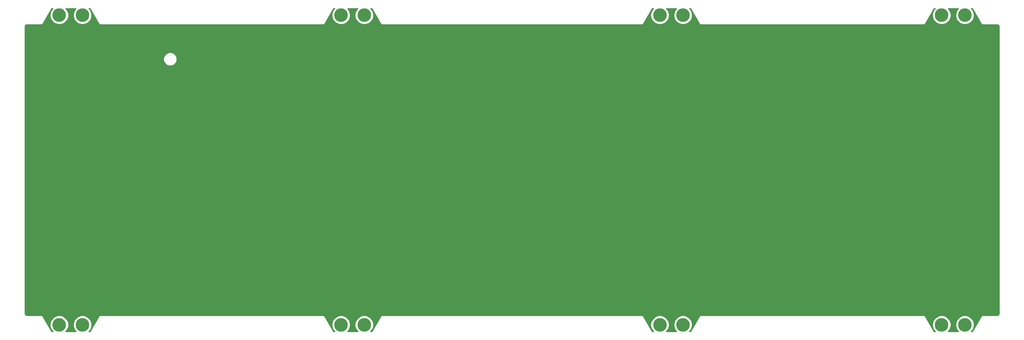
<source format=gbr>
G04 #@! TF.GenerationSoftware,KiCad,Pcbnew,(5.1.4-0)*
G04 #@! TF.CreationDate,2021-11-04T10:18:31-05:00*
G04 #@! TF.ProjectId,bottom_plate,626f7474-6f6d-45f7-906c-6174652e6b69,rev?*
G04 #@! TF.SameCoordinates,Original*
G04 #@! TF.FileFunction,Copper,L2,Bot*
G04 #@! TF.FilePolarity,Positive*
%FSLAX46Y46*%
G04 Gerber Fmt 4.6, Leading zero omitted, Abs format (unit mm)*
G04 Created by KiCad (PCBNEW (5.1.4-0)) date 2021-11-04 10:18:31*
%MOMM*%
%LPD*%
G04 APERTURE LIST*
%ADD10C,3.500000*%
%ADD11C,0.500000*%
%ADD12C,0.254000*%
G04 APERTURE END LIST*
D10*
X389360818Y-38683016D03*
X383407698Y-118454824D03*
X383407698Y-38683016D03*
X316732754Y-118454824D03*
X316732754Y-38683016D03*
X228626578Y-118454824D03*
X228626578Y-38683016D03*
X161951634Y-118454824D03*
X161951634Y-38683016D03*
X310779634Y-118454824D03*
X310779701Y-38682951D03*
X234579607Y-118454824D03*
X234579608Y-38683016D03*
X155998315Y-118454824D03*
X155998514Y-38683016D03*
X389360818Y-118454824D03*
D11*
X385789477Y-59518840D03*
D12*
G36*
X308927151Y-37162602D02*
G01*
X308666141Y-37553230D01*
X308486355Y-37987272D01*
X308394701Y-38448049D01*
X308394701Y-38917853D01*
X308486355Y-39378630D01*
X308666141Y-39812672D01*
X308927151Y-40203300D01*
X309259352Y-40535501D01*
X309649980Y-40796511D01*
X310084022Y-40976297D01*
X310544799Y-41067951D01*
X311014603Y-41067951D01*
X311475380Y-40976297D01*
X311909422Y-40796511D01*
X312300050Y-40535501D01*
X312632251Y-40203300D01*
X312893261Y-39812672D01*
X313073047Y-39378630D01*
X313164701Y-38917853D01*
X313164701Y-38448049D01*
X313073047Y-37987272D01*
X312893261Y-37553230D01*
X312632251Y-37162602D01*
X312431353Y-36961704D01*
X315081167Y-36961704D01*
X314880204Y-37162667D01*
X314619194Y-37553295D01*
X314439408Y-37987337D01*
X314347754Y-38448114D01*
X314347754Y-38917918D01*
X314439408Y-39378695D01*
X314619194Y-39812737D01*
X314880204Y-40203365D01*
X315212405Y-40535566D01*
X315603033Y-40796576D01*
X316037075Y-40976362D01*
X316497852Y-41068016D01*
X316967656Y-41068016D01*
X317428433Y-40976362D01*
X317862475Y-40796576D01*
X318253103Y-40535566D01*
X318585304Y-40203365D01*
X318846314Y-39812737D01*
X319026100Y-39378695D01*
X319117754Y-38917918D01*
X319117754Y-38448114D01*
X319026100Y-37987337D01*
X318846314Y-37553295D01*
X318585304Y-37162667D01*
X318384341Y-36961704D01*
X318730990Y-36961704D01*
X320917609Y-40788290D01*
X320943825Y-40837337D01*
X320970415Y-40869737D01*
X320994693Y-40903937D01*
X321011575Y-40919891D01*
X321026302Y-40937835D01*
X321058704Y-40964427D01*
X321089185Y-40993231D01*
X321108853Y-41005583D01*
X321126800Y-41020312D01*
X321163768Y-41040072D01*
X321199281Y-41062375D01*
X321220983Y-41070654D01*
X321241457Y-41081597D01*
X321281569Y-41093765D01*
X321320752Y-41108712D01*
X321343649Y-41112597D01*
X321365867Y-41119337D01*
X321407586Y-41123446D01*
X321448929Y-41130461D01*
X321504587Y-41128887D01*
X378635911Y-41128952D01*
X378691522Y-41130525D01*
X378732851Y-41123512D01*
X378774584Y-41119402D01*
X378796809Y-41112660D01*
X378819699Y-41108776D01*
X378858869Y-41093834D01*
X378898994Y-41081662D01*
X378919474Y-41070715D01*
X378941170Y-41062439D01*
X378976672Y-41040143D01*
X379013651Y-41020377D01*
X379031603Y-41005644D01*
X379051266Y-40993295D01*
X379081739Y-40964498D01*
X379114149Y-40937900D01*
X379128879Y-40919951D01*
X379145758Y-40904001D01*
X379170031Y-40869808D01*
X379196626Y-40837402D01*
X379222852Y-40788337D01*
X381409462Y-36961768D01*
X381756047Y-36961768D01*
X381555148Y-37162667D01*
X381294138Y-37553295D01*
X381114352Y-37987337D01*
X381022698Y-38448114D01*
X381022698Y-38917918D01*
X381114352Y-39378695D01*
X381294138Y-39812737D01*
X381555148Y-40203365D01*
X381887349Y-40535566D01*
X382277977Y-40796576D01*
X382712019Y-40976362D01*
X383172796Y-41068016D01*
X383642600Y-41068016D01*
X384103377Y-40976362D01*
X384537419Y-40796576D01*
X384928047Y-40535566D01*
X385260248Y-40203365D01*
X385521258Y-39812737D01*
X385701044Y-39378695D01*
X385792698Y-38917918D01*
X385792698Y-38448114D01*
X385701044Y-37987337D01*
X385521258Y-37553295D01*
X385260248Y-37162667D01*
X385059349Y-36961768D01*
X387709167Y-36961768D01*
X387508268Y-37162667D01*
X387247258Y-37553295D01*
X387067472Y-37987337D01*
X386975818Y-38448114D01*
X386975818Y-38917918D01*
X387067472Y-39378695D01*
X387247258Y-39812737D01*
X387508268Y-40203365D01*
X387840469Y-40535566D01*
X388231097Y-40796576D01*
X388665139Y-40976362D01*
X389125916Y-41068016D01*
X389595720Y-41068016D01*
X390056497Y-40976362D01*
X390490539Y-40796576D01*
X390881167Y-40535566D01*
X391213368Y-40203365D01*
X391474378Y-39812737D01*
X391654164Y-39378695D01*
X391745818Y-38917918D01*
X391745818Y-38448114D01*
X391654164Y-37987337D01*
X391474378Y-37553295D01*
X391213368Y-37162667D01*
X391012469Y-36961768D01*
X391359054Y-36961768D01*
X393545663Y-40788337D01*
X393571889Y-40837402D01*
X393598484Y-40869808D01*
X393622757Y-40904001D01*
X393639636Y-40919951D01*
X393654366Y-40937900D01*
X393686776Y-40964498D01*
X393717249Y-40993295D01*
X393736912Y-41005644D01*
X393754864Y-41020377D01*
X393791843Y-41040143D01*
X393827345Y-41062439D01*
X393849041Y-41070715D01*
X393869521Y-41081662D01*
X393909646Y-41093834D01*
X393948816Y-41108776D01*
X393971706Y-41112660D01*
X393993931Y-41119402D01*
X394035664Y-41123512D01*
X394076993Y-41130525D01*
X394132618Y-41128952D01*
X397662909Y-41128952D01*
X397797637Y-41142162D01*
X397896182Y-41171915D01*
X397987079Y-41220245D01*
X398066848Y-41285303D01*
X398132471Y-41364628D01*
X398181431Y-41455178D01*
X398211872Y-41553515D01*
X398226411Y-41691843D01*
X398226410Y-115439867D01*
X398212600Y-115580714D01*
X398182846Y-115679263D01*
X398134516Y-115770157D01*
X398069459Y-115849926D01*
X397990136Y-115915547D01*
X397899584Y-115964509D01*
X397801249Y-115994949D01*
X397666814Y-116009079D01*
X394132661Y-116008889D01*
X394076993Y-116007315D01*
X394035669Y-116014327D01*
X393993966Y-116018432D01*
X393971730Y-116025176D01*
X393948816Y-116029064D01*
X393909653Y-116044003D01*
X393869554Y-116056165D01*
X393849062Y-116067117D01*
X393827345Y-116075401D01*
X393791848Y-116097694D01*
X393754894Y-116117444D01*
X393736932Y-116132183D01*
X393717249Y-116144545D01*
X393686782Y-116173336D01*
X393654392Y-116199915D01*
X393639653Y-116217873D01*
X393622757Y-116233839D01*
X393598489Y-116268025D01*
X393571909Y-116300409D01*
X393545684Y-116349467D01*
X391359054Y-120176072D01*
X391012469Y-120176072D01*
X391213368Y-119975173D01*
X391474378Y-119584545D01*
X391654164Y-119150503D01*
X391745818Y-118689726D01*
X391745818Y-118219922D01*
X391654164Y-117759145D01*
X391474378Y-117325103D01*
X391213368Y-116934475D01*
X390881167Y-116602274D01*
X390490539Y-116341264D01*
X390056497Y-116161478D01*
X389595720Y-116069824D01*
X389125916Y-116069824D01*
X388665139Y-116161478D01*
X388231097Y-116341264D01*
X387840469Y-116602274D01*
X387508268Y-116934475D01*
X387247258Y-117325103D01*
X387067472Y-117759145D01*
X386975818Y-118219922D01*
X386975818Y-118689726D01*
X387067472Y-119150503D01*
X387247258Y-119584545D01*
X387508268Y-119975173D01*
X387709167Y-120176072D01*
X385059349Y-120176072D01*
X385260248Y-119975173D01*
X385521258Y-119584545D01*
X385701044Y-119150503D01*
X385792698Y-118689726D01*
X385792698Y-118219922D01*
X385701044Y-117759145D01*
X385521258Y-117325103D01*
X385260248Y-116934475D01*
X384928047Y-116602274D01*
X384537419Y-116341264D01*
X384103377Y-116161478D01*
X383642600Y-116069824D01*
X383172796Y-116069824D01*
X382712019Y-116161478D01*
X382277977Y-116341264D01*
X381887349Y-116602274D01*
X381555148Y-116934475D01*
X381294138Y-117325103D01*
X381114352Y-117759145D01*
X381022698Y-118219922D01*
X381022698Y-118689726D01*
X381114352Y-119150503D01*
X381294138Y-119584545D01*
X381555148Y-119975173D01*
X381756047Y-120176072D01*
X381409462Y-120176072D01*
X379222852Y-116349503D01*
X379196626Y-116300437D01*
X379170028Y-116268027D01*
X379145758Y-116233839D01*
X379128879Y-116217889D01*
X379114148Y-116199939D01*
X379081740Y-116173343D01*
X379051266Y-116144545D01*
X379031600Y-116132194D01*
X379013650Y-116117463D01*
X378976678Y-116097701D01*
X378941170Y-116075401D01*
X378919471Y-116067123D01*
X378898993Y-116056178D01*
X378858873Y-116044008D01*
X378819699Y-116029064D01*
X378796807Y-116025180D01*
X378774583Y-116018438D01*
X378732853Y-116014328D01*
X378691522Y-116007315D01*
X378635910Y-116008888D01*
X321509112Y-116009017D01*
X321448929Y-116007315D01*
X321405789Y-116014635D01*
X321365866Y-116018567D01*
X321344604Y-116025017D01*
X321320752Y-116029064D01*
X321279934Y-116044635D01*
X321241456Y-116056307D01*
X321221816Y-116066805D01*
X321199281Y-116075401D01*
X321162405Y-116098560D01*
X321126799Y-116117592D01*
X321109514Y-116131778D01*
X321089185Y-116144545D01*
X321057675Y-116174321D01*
X321026301Y-116200070D01*
X321012043Y-116217443D01*
X320994693Y-116233839D01*
X320969739Y-116268992D01*
X320943825Y-116300568D01*
X320918676Y-116347618D01*
X318730990Y-120176072D01*
X318384405Y-120176072D01*
X318585304Y-119975173D01*
X318846314Y-119584545D01*
X319026100Y-119150503D01*
X319117754Y-118689726D01*
X319117754Y-118219922D01*
X319026100Y-117759145D01*
X318846314Y-117325103D01*
X318585304Y-116934475D01*
X318253103Y-116602274D01*
X317862475Y-116341264D01*
X317428433Y-116161478D01*
X316967656Y-116069824D01*
X316497852Y-116069824D01*
X316037075Y-116161478D01*
X315603033Y-116341264D01*
X315212405Y-116602274D01*
X314880204Y-116934475D01*
X314619194Y-117325103D01*
X314439408Y-117759145D01*
X314347754Y-118219922D01*
X314347754Y-118689726D01*
X314439408Y-119150503D01*
X314619194Y-119584545D01*
X314880204Y-119975173D01*
X315081103Y-120176072D01*
X312431285Y-120176072D01*
X312632184Y-119975173D01*
X312893194Y-119584545D01*
X313072980Y-119150503D01*
X313164634Y-118689726D01*
X313164634Y-118219922D01*
X313072980Y-117759145D01*
X312893194Y-117325103D01*
X312632184Y-116934475D01*
X312299983Y-116602274D01*
X311909355Y-116341264D01*
X311475313Y-116161478D01*
X311014536Y-116069824D01*
X310544732Y-116069824D01*
X310083955Y-116161478D01*
X309649913Y-116341264D01*
X309259285Y-116602274D01*
X308927084Y-116934475D01*
X308666074Y-117325103D01*
X308486288Y-117759145D01*
X308394634Y-118219922D01*
X308394634Y-118689726D01*
X308486288Y-119150503D01*
X308666074Y-119584545D01*
X308927084Y-119975173D01*
X309127983Y-120176072D01*
X308781398Y-120176072D01*
X306593726Y-116347645D01*
X306568563Y-116300568D01*
X306542642Y-116268983D01*
X306517694Y-116233839D01*
X306500347Y-116217447D01*
X306486086Y-116200069D01*
X306454704Y-116174314D01*
X306423202Y-116144545D01*
X306402878Y-116131781D01*
X306385589Y-116117592D01*
X306349976Y-116098557D01*
X306313106Y-116075401D01*
X306290574Y-116066806D01*
X306270932Y-116056307D01*
X306232449Y-116044633D01*
X306191635Y-116029064D01*
X306167785Y-116025017D01*
X306146522Y-116018567D01*
X306106597Y-116014635D01*
X306063458Y-116007315D01*
X306003292Y-116009017D01*
X239351501Y-116008888D01*
X239295873Y-116007315D01*
X239254541Y-116014328D01*
X239212813Y-116018438D01*
X239190590Y-116025179D01*
X239167696Y-116029064D01*
X239128518Y-116044009D01*
X239088403Y-116056178D01*
X239067928Y-116067122D01*
X239046225Y-116075401D01*
X239010712Y-116097705D01*
X238973746Y-116117463D01*
X238955799Y-116132191D01*
X238936129Y-116144545D01*
X238905647Y-116173350D01*
X238873247Y-116199940D01*
X238858520Y-116217885D01*
X238841637Y-116233839D01*
X238817361Y-116268036D01*
X238790770Y-116300437D01*
X238764552Y-116349488D01*
X236577934Y-120176072D01*
X236231258Y-120176072D01*
X236432157Y-119975173D01*
X236693167Y-119584545D01*
X236872953Y-119150503D01*
X236964607Y-118689726D01*
X236964607Y-118219922D01*
X236872953Y-117759145D01*
X236693167Y-117325103D01*
X236432157Y-116934475D01*
X236099956Y-116602274D01*
X235709328Y-116341264D01*
X235275286Y-116161478D01*
X234814509Y-116069824D01*
X234344705Y-116069824D01*
X233883928Y-116161478D01*
X233449886Y-116341264D01*
X233059258Y-116602274D01*
X232727057Y-116934475D01*
X232466047Y-117325103D01*
X232286261Y-117759145D01*
X232194607Y-118219922D01*
X232194607Y-118689726D01*
X232286261Y-119150503D01*
X232466047Y-119584545D01*
X232727057Y-119975173D01*
X232927956Y-120176072D01*
X230278229Y-120176072D01*
X230479128Y-119975173D01*
X230740138Y-119584545D01*
X230919924Y-119150503D01*
X231011578Y-118689726D01*
X231011578Y-118219922D01*
X230919924Y-117759145D01*
X230740138Y-117325103D01*
X230479128Y-116934475D01*
X230146927Y-116602274D01*
X229756299Y-116341264D01*
X229322257Y-116161478D01*
X228861480Y-116069824D01*
X228391676Y-116069824D01*
X227930899Y-116161478D01*
X227496857Y-116341264D01*
X227106229Y-116602274D01*
X226774028Y-116934475D01*
X226513018Y-117325103D01*
X226333232Y-117759145D01*
X226241578Y-118219922D01*
X226241578Y-118689726D01*
X226333232Y-119150503D01*
X226513018Y-119584545D01*
X226774028Y-119975173D01*
X226974927Y-120176072D01*
X226628342Y-120176072D01*
X224441745Y-116349527D01*
X224415507Y-116300438D01*
X224388905Y-116268023D01*
X224364638Y-116233839D01*
X224347764Y-116217893D01*
X224333030Y-116199940D01*
X224300612Y-116173335D01*
X224270146Y-116144545D01*
X224250488Y-116132199D01*
X224232532Y-116117463D01*
X224195546Y-116097694D01*
X224160050Y-116075401D01*
X224138358Y-116067126D01*
X224117875Y-116056178D01*
X224077745Y-116044005D01*
X224038579Y-116029064D01*
X224015692Y-116025180D01*
X223993465Y-116018438D01*
X223951730Y-116014328D01*
X223910402Y-116007315D01*
X223854793Y-116008888D01*
X166723434Y-116008888D01*
X166667809Y-116007315D01*
X166626480Y-116014328D01*
X166584747Y-116018438D01*
X166562522Y-116025180D01*
X166539632Y-116029064D01*
X166500462Y-116044006D01*
X166460337Y-116056178D01*
X166439857Y-116067125D01*
X166418161Y-116075401D01*
X166382659Y-116097697D01*
X166345680Y-116117463D01*
X166327728Y-116132196D01*
X166308065Y-116144545D01*
X166277592Y-116173342D01*
X166245182Y-116199940D01*
X166230452Y-116217889D01*
X166213573Y-116233839D01*
X166189300Y-116268032D01*
X166162705Y-116300438D01*
X166136481Y-116349500D01*
X163949870Y-120176072D01*
X163603285Y-120176072D01*
X163804184Y-119975173D01*
X164065194Y-119584545D01*
X164244980Y-119150503D01*
X164336634Y-118689726D01*
X164336634Y-118219922D01*
X164244980Y-117759145D01*
X164065194Y-117325103D01*
X163804184Y-116934475D01*
X163471983Y-116602274D01*
X163081355Y-116341264D01*
X162647313Y-116161478D01*
X162186536Y-116069824D01*
X161716732Y-116069824D01*
X161255955Y-116161478D01*
X160821913Y-116341264D01*
X160431285Y-116602274D01*
X160099084Y-116934475D01*
X159838074Y-117325103D01*
X159658288Y-117759145D01*
X159566634Y-118219922D01*
X159566634Y-118689726D01*
X159658288Y-119150503D01*
X159838074Y-119584545D01*
X160099084Y-119975173D01*
X160299983Y-120176072D01*
X157649966Y-120176072D01*
X157850865Y-119975173D01*
X158111875Y-119584545D01*
X158291661Y-119150503D01*
X158383315Y-118689726D01*
X158383315Y-118219922D01*
X158291661Y-117759145D01*
X158111875Y-117325103D01*
X157850865Y-116934475D01*
X157518664Y-116602274D01*
X157128036Y-116341264D01*
X156693994Y-116161478D01*
X156233217Y-116069824D01*
X155763413Y-116069824D01*
X155302636Y-116161478D01*
X154868594Y-116341264D01*
X154477966Y-116602274D01*
X154145765Y-116934475D01*
X153884755Y-117325103D01*
X153704969Y-117759145D01*
X153613315Y-118219922D01*
X153613315Y-118689726D01*
X153704969Y-119150503D01*
X153884755Y-119584545D01*
X154145765Y-119975173D01*
X154346664Y-120176072D01*
X154000278Y-120176072D01*
X151813681Y-116349527D01*
X151787443Y-116300438D01*
X151760841Y-116268023D01*
X151736574Y-116233839D01*
X151719700Y-116217893D01*
X151704966Y-116199940D01*
X151672548Y-116173335D01*
X151642082Y-116144545D01*
X151622424Y-116132199D01*
X151604468Y-116117463D01*
X151567482Y-116097694D01*
X151531986Y-116075401D01*
X151510294Y-116067126D01*
X151489811Y-116056178D01*
X151449681Y-116044005D01*
X151410515Y-116029064D01*
X151387628Y-116025180D01*
X151365401Y-116018438D01*
X151323666Y-116014328D01*
X151282338Y-116007315D01*
X151226729Y-116008888D01*
X147696423Y-116008888D01*
X147561696Y-115995678D01*
X147463147Y-115965924D01*
X147372253Y-115917594D01*
X147292484Y-115852537D01*
X147226863Y-115773214D01*
X147177901Y-115682662D01*
X147147461Y-115584327D01*
X147132850Y-115445309D01*
X147133447Y-49823061D01*
X182838490Y-49823061D01*
X182838490Y-50164827D01*
X182905165Y-50500025D01*
X183035953Y-50815775D01*
X183225827Y-51099942D01*
X183467492Y-51341607D01*
X183751659Y-51531481D01*
X184067409Y-51662269D01*
X184402607Y-51728944D01*
X184744373Y-51728944D01*
X185079571Y-51662269D01*
X185395321Y-51531481D01*
X185679488Y-51341607D01*
X185921153Y-51099942D01*
X186111027Y-50815775D01*
X186241815Y-50500025D01*
X186308490Y-50164827D01*
X186308490Y-49823061D01*
X186241815Y-49487863D01*
X186111027Y-49172113D01*
X185921153Y-48887946D01*
X185679488Y-48646281D01*
X185395321Y-48456407D01*
X185079571Y-48325619D01*
X184744373Y-48258944D01*
X184402607Y-48258944D01*
X184067409Y-48325619D01*
X183751659Y-48456407D01*
X183467492Y-48646281D01*
X183225827Y-48887946D01*
X183035953Y-49172113D01*
X182905165Y-49487863D01*
X182838490Y-49823061D01*
X147133447Y-49823061D01*
X147133521Y-41691859D01*
X147146732Y-41557125D01*
X147176485Y-41458580D01*
X147224815Y-41367683D01*
X147289873Y-41287914D01*
X147369198Y-41222291D01*
X147459748Y-41173331D01*
X147558085Y-41142890D01*
X147691378Y-41128880D01*
X151226699Y-41128951D01*
X151282338Y-41130525D01*
X151323669Y-41123512D01*
X151365387Y-41119404D01*
X151387615Y-41112662D01*
X151410515Y-41108776D01*
X151449681Y-41093835D01*
X151489798Y-41081667D01*
X151510284Y-41070718D01*
X151531986Y-41062439D01*
X151567485Y-41040145D01*
X151604456Y-41020384D01*
X151622412Y-41005648D01*
X151642082Y-40993295D01*
X151672551Y-40964502D01*
X151704956Y-40937909D01*
X151719691Y-40919955D01*
X151736574Y-40904001D01*
X151760841Y-40869816D01*
X151787435Y-40837413D01*
X151813668Y-40788337D01*
X154000278Y-36961768D01*
X154346863Y-36961768D01*
X154145964Y-37162667D01*
X153884954Y-37553295D01*
X153705168Y-37987337D01*
X153613514Y-38448114D01*
X153613514Y-38917918D01*
X153705168Y-39378695D01*
X153884954Y-39812737D01*
X154145964Y-40203365D01*
X154478165Y-40535566D01*
X154868793Y-40796576D01*
X155302835Y-40976362D01*
X155763612Y-41068016D01*
X156233416Y-41068016D01*
X156694193Y-40976362D01*
X157128235Y-40796576D01*
X157518863Y-40535566D01*
X157851064Y-40203365D01*
X158112074Y-39812737D01*
X158291860Y-39378695D01*
X158383514Y-38917918D01*
X158383514Y-38448114D01*
X158291860Y-37987337D01*
X158112074Y-37553295D01*
X157851064Y-37162667D01*
X157650165Y-36961768D01*
X160299983Y-36961768D01*
X160099084Y-37162667D01*
X159838074Y-37553295D01*
X159658288Y-37987337D01*
X159566634Y-38448114D01*
X159566634Y-38917918D01*
X159658288Y-39378695D01*
X159838074Y-39812737D01*
X160099084Y-40203365D01*
X160431285Y-40535566D01*
X160821913Y-40796576D01*
X161255955Y-40976362D01*
X161716732Y-41068016D01*
X162186536Y-41068016D01*
X162647313Y-40976362D01*
X163081355Y-40796576D01*
X163471983Y-40535566D01*
X163804184Y-40203365D01*
X164065194Y-39812737D01*
X164244980Y-39378695D01*
X164336634Y-38917918D01*
X164336634Y-38448114D01*
X164244980Y-37987337D01*
X164065194Y-37553295D01*
X163804184Y-37162667D01*
X163603285Y-36961768D01*
X163949870Y-36961768D01*
X166136479Y-40788337D01*
X166162705Y-40837402D01*
X166189300Y-40869808D01*
X166213573Y-40904001D01*
X166230452Y-40919951D01*
X166245182Y-40937900D01*
X166277592Y-40964498D01*
X166308065Y-40993295D01*
X166327728Y-41005644D01*
X166345680Y-41020377D01*
X166382659Y-41040143D01*
X166418161Y-41062439D01*
X166439857Y-41070715D01*
X166460337Y-41081662D01*
X166500462Y-41093834D01*
X166539632Y-41108776D01*
X166562522Y-41112660D01*
X166584747Y-41119402D01*
X166626480Y-41123512D01*
X166667809Y-41130525D01*
X166723434Y-41128952D01*
X223854793Y-41128952D01*
X223910402Y-41130525D01*
X223951730Y-41123512D01*
X223993465Y-41119402D01*
X224015692Y-41112660D01*
X224038579Y-41108776D01*
X224077745Y-41093835D01*
X224117875Y-41081662D01*
X224138358Y-41070714D01*
X224160050Y-41062439D01*
X224195546Y-41040146D01*
X224232532Y-41020377D01*
X224250488Y-41005641D01*
X224270146Y-40993295D01*
X224300612Y-40964505D01*
X224333030Y-40937900D01*
X224347764Y-40919947D01*
X224364638Y-40904001D01*
X224388905Y-40869817D01*
X224415507Y-40837402D01*
X224441745Y-40788313D01*
X226628342Y-36961768D01*
X226974927Y-36961768D01*
X226774028Y-37162667D01*
X226513018Y-37553295D01*
X226333232Y-37987337D01*
X226241578Y-38448114D01*
X226241578Y-38917918D01*
X226333232Y-39378695D01*
X226513018Y-39812737D01*
X226774028Y-40203365D01*
X227106229Y-40535566D01*
X227496857Y-40796576D01*
X227930899Y-40976362D01*
X228391676Y-41068016D01*
X228861480Y-41068016D01*
X229322257Y-40976362D01*
X229756299Y-40796576D01*
X230146927Y-40535566D01*
X230479128Y-40203365D01*
X230740138Y-39812737D01*
X230919924Y-39378695D01*
X231011578Y-38917918D01*
X231011578Y-38448114D01*
X230919924Y-37987337D01*
X230740138Y-37553295D01*
X230479128Y-37162667D01*
X230278229Y-36961768D01*
X232927957Y-36961768D01*
X232727058Y-37162667D01*
X232466048Y-37553295D01*
X232286262Y-37987337D01*
X232194608Y-38448114D01*
X232194608Y-38917918D01*
X232286262Y-39378695D01*
X232466048Y-39812737D01*
X232727058Y-40203365D01*
X233059259Y-40535566D01*
X233449887Y-40796576D01*
X233883929Y-40976362D01*
X234344706Y-41068016D01*
X234814510Y-41068016D01*
X235275287Y-40976362D01*
X235709329Y-40796576D01*
X236099957Y-40535566D01*
X236432158Y-40203365D01*
X236693168Y-39812737D01*
X236872954Y-39378695D01*
X236964608Y-38917918D01*
X236964608Y-38448114D01*
X236872954Y-37987337D01*
X236693168Y-37553295D01*
X236432158Y-37162667D01*
X236231259Y-36961768D01*
X236577934Y-36961768D01*
X238764560Y-40788367D01*
X238790770Y-40837402D01*
X238817358Y-40869799D01*
X238841637Y-40904001D01*
X238858520Y-40919956D01*
X238873247Y-40937900D01*
X238905650Y-40964492D01*
X238936129Y-40993295D01*
X238955796Y-41005646D01*
X238973745Y-41020377D01*
X239010717Y-41040139D01*
X239046225Y-41062439D01*
X239067924Y-41070717D01*
X239088402Y-41081662D01*
X239128522Y-41093832D01*
X239167696Y-41108776D01*
X239190588Y-41112660D01*
X239212812Y-41119402D01*
X239254542Y-41123512D01*
X239295873Y-41130525D01*
X239351499Y-41128952D01*
X306007815Y-41128887D01*
X306063458Y-41130461D01*
X306104800Y-41123446D01*
X306146521Y-41119337D01*
X306168740Y-41112597D01*
X306191635Y-41108712D01*
X306230814Y-41093767D01*
X306270931Y-41081597D01*
X306291407Y-41070652D01*
X306313106Y-41062375D01*
X306348613Y-41040075D01*
X306385588Y-41020312D01*
X306403538Y-41005580D01*
X306423202Y-40993231D01*
X306453676Y-40964433D01*
X306486086Y-40937835D01*
X306500816Y-40919887D01*
X306517694Y-40903937D01*
X306541966Y-40869746D01*
X306568563Y-40837337D01*
X306594793Y-40788263D01*
X308781398Y-36961704D01*
X309128049Y-36961704D01*
X308927151Y-37162602D01*
X308927151Y-37162602D01*
G37*
X308927151Y-37162602D02*
X308666141Y-37553230D01*
X308486355Y-37987272D01*
X308394701Y-38448049D01*
X308394701Y-38917853D01*
X308486355Y-39378630D01*
X308666141Y-39812672D01*
X308927151Y-40203300D01*
X309259352Y-40535501D01*
X309649980Y-40796511D01*
X310084022Y-40976297D01*
X310544799Y-41067951D01*
X311014603Y-41067951D01*
X311475380Y-40976297D01*
X311909422Y-40796511D01*
X312300050Y-40535501D01*
X312632251Y-40203300D01*
X312893261Y-39812672D01*
X313073047Y-39378630D01*
X313164701Y-38917853D01*
X313164701Y-38448049D01*
X313073047Y-37987272D01*
X312893261Y-37553230D01*
X312632251Y-37162602D01*
X312431353Y-36961704D01*
X315081167Y-36961704D01*
X314880204Y-37162667D01*
X314619194Y-37553295D01*
X314439408Y-37987337D01*
X314347754Y-38448114D01*
X314347754Y-38917918D01*
X314439408Y-39378695D01*
X314619194Y-39812737D01*
X314880204Y-40203365D01*
X315212405Y-40535566D01*
X315603033Y-40796576D01*
X316037075Y-40976362D01*
X316497852Y-41068016D01*
X316967656Y-41068016D01*
X317428433Y-40976362D01*
X317862475Y-40796576D01*
X318253103Y-40535566D01*
X318585304Y-40203365D01*
X318846314Y-39812737D01*
X319026100Y-39378695D01*
X319117754Y-38917918D01*
X319117754Y-38448114D01*
X319026100Y-37987337D01*
X318846314Y-37553295D01*
X318585304Y-37162667D01*
X318384341Y-36961704D01*
X318730990Y-36961704D01*
X320917609Y-40788290D01*
X320943825Y-40837337D01*
X320970415Y-40869737D01*
X320994693Y-40903937D01*
X321011575Y-40919891D01*
X321026302Y-40937835D01*
X321058704Y-40964427D01*
X321089185Y-40993231D01*
X321108853Y-41005583D01*
X321126800Y-41020312D01*
X321163768Y-41040072D01*
X321199281Y-41062375D01*
X321220983Y-41070654D01*
X321241457Y-41081597D01*
X321281569Y-41093765D01*
X321320752Y-41108712D01*
X321343649Y-41112597D01*
X321365867Y-41119337D01*
X321407586Y-41123446D01*
X321448929Y-41130461D01*
X321504587Y-41128887D01*
X378635911Y-41128952D01*
X378691522Y-41130525D01*
X378732851Y-41123512D01*
X378774584Y-41119402D01*
X378796809Y-41112660D01*
X378819699Y-41108776D01*
X378858869Y-41093834D01*
X378898994Y-41081662D01*
X378919474Y-41070715D01*
X378941170Y-41062439D01*
X378976672Y-41040143D01*
X379013651Y-41020377D01*
X379031603Y-41005644D01*
X379051266Y-40993295D01*
X379081739Y-40964498D01*
X379114149Y-40937900D01*
X379128879Y-40919951D01*
X379145758Y-40904001D01*
X379170031Y-40869808D01*
X379196626Y-40837402D01*
X379222852Y-40788337D01*
X381409462Y-36961768D01*
X381756047Y-36961768D01*
X381555148Y-37162667D01*
X381294138Y-37553295D01*
X381114352Y-37987337D01*
X381022698Y-38448114D01*
X381022698Y-38917918D01*
X381114352Y-39378695D01*
X381294138Y-39812737D01*
X381555148Y-40203365D01*
X381887349Y-40535566D01*
X382277977Y-40796576D01*
X382712019Y-40976362D01*
X383172796Y-41068016D01*
X383642600Y-41068016D01*
X384103377Y-40976362D01*
X384537419Y-40796576D01*
X384928047Y-40535566D01*
X385260248Y-40203365D01*
X385521258Y-39812737D01*
X385701044Y-39378695D01*
X385792698Y-38917918D01*
X385792698Y-38448114D01*
X385701044Y-37987337D01*
X385521258Y-37553295D01*
X385260248Y-37162667D01*
X385059349Y-36961768D01*
X387709167Y-36961768D01*
X387508268Y-37162667D01*
X387247258Y-37553295D01*
X387067472Y-37987337D01*
X386975818Y-38448114D01*
X386975818Y-38917918D01*
X387067472Y-39378695D01*
X387247258Y-39812737D01*
X387508268Y-40203365D01*
X387840469Y-40535566D01*
X388231097Y-40796576D01*
X388665139Y-40976362D01*
X389125916Y-41068016D01*
X389595720Y-41068016D01*
X390056497Y-40976362D01*
X390490539Y-40796576D01*
X390881167Y-40535566D01*
X391213368Y-40203365D01*
X391474378Y-39812737D01*
X391654164Y-39378695D01*
X391745818Y-38917918D01*
X391745818Y-38448114D01*
X391654164Y-37987337D01*
X391474378Y-37553295D01*
X391213368Y-37162667D01*
X391012469Y-36961768D01*
X391359054Y-36961768D01*
X393545663Y-40788337D01*
X393571889Y-40837402D01*
X393598484Y-40869808D01*
X393622757Y-40904001D01*
X393639636Y-40919951D01*
X393654366Y-40937900D01*
X393686776Y-40964498D01*
X393717249Y-40993295D01*
X393736912Y-41005644D01*
X393754864Y-41020377D01*
X393791843Y-41040143D01*
X393827345Y-41062439D01*
X393849041Y-41070715D01*
X393869521Y-41081662D01*
X393909646Y-41093834D01*
X393948816Y-41108776D01*
X393971706Y-41112660D01*
X393993931Y-41119402D01*
X394035664Y-41123512D01*
X394076993Y-41130525D01*
X394132618Y-41128952D01*
X397662909Y-41128952D01*
X397797637Y-41142162D01*
X397896182Y-41171915D01*
X397987079Y-41220245D01*
X398066848Y-41285303D01*
X398132471Y-41364628D01*
X398181431Y-41455178D01*
X398211872Y-41553515D01*
X398226411Y-41691843D01*
X398226410Y-115439867D01*
X398212600Y-115580714D01*
X398182846Y-115679263D01*
X398134516Y-115770157D01*
X398069459Y-115849926D01*
X397990136Y-115915547D01*
X397899584Y-115964509D01*
X397801249Y-115994949D01*
X397666814Y-116009079D01*
X394132661Y-116008889D01*
X394076993Y-116007315D01*
X394035669Y-116014327D01*
X393993966Y-116018432D01*
X393971730Y-116025176D01*
X393948816Y-116029064D01*
X393909653Y-116044003D01*
X393869554Y-116056165D01*
X393849062Y-116067117D01*
X393827345Y-116075401D01*
X393791848Y-116097694D01*
X393754894Y-116117444D01*
X393736932Y-116132183D01*
X393717249Y-116144545D01*
X393686782Y-116173336D01*
X393654392Y-116199915D01*
X393639653Y-116217873D01*
X393622757Y-116233839D01*
X393598489Y-116268025D01*
X393571909Y-116300409D01*
X393545684Y-116349467D01*
X391359054Y-120176072D01*
X391012469Y-120176072D01*
X391213368Y-119975173D01*
X391474378Y-119584545D01*
X391654164Y-119150503D01*
X391745818Y-118689726D01*
X391745818Y-118219922D01*
X391654164Y-117759145D01*
X391474378Y-117325103D01*
X391213368Y-116934475D01*
X390881167Y-116602274D01*
X390490539Y-116341264D01*
X390056497Y-116161478D01*
X389595720Y-116069824D01*
X389125916Y-116069824D01*
X388665139Y-116161478D01*
X388231097Y-116341264D01*
X387840469Y-116602274D01*
X387508268Y-116934475D01*
X387247258Y-117325103D01*
X387067472Y-117759145D01*
X386975818Y-118219922D01*
X386975818Y-118689726D01*
X387067472Y-119150503D01*
X387247258Y-119584545D01*
X387508268Y-119975173D01*
X387709167Y-120176072D01*
X385059349Y-120176072D01*
X385260248Y-119975173D01*
X385521258Y-119584545D01*
X385701044Y-119150503D01*
X385792698Y-118689726D01*
X385792698Y-118219922D01*
X385701044Y-117759145D01*
X385521258Y-117325103D01*
X385260248Y-116934475D01*
X384928047Y-116602274D01*
X384537419Y-116341264D01*
X384103377Y-116161478D01*
X383642600Y-116069824D01*
X383172796Y-116069824D01*
X382712019Y-116161478D01*
X382277977Y-116341264D01*
X381887349Y-116602274D01*
X381555148Y-116934475D01*
X381294138Y-117325103D01*
X381114352Y-117759145D01*
X381022698Y-118219922D01*
X381022698Y-118689726D01*
X381114352Y-119150503D01*
X381294138Y-119584545D01*
X381555148Y-119975173D01*
X381756047Y-120176072D01*
X381409462Y-120176072D01*
X379222852Y-116349503D01*
X379196626Y-116300437D01*
X379170028Y-116268027D01*
X379145758Y-116233839D01*
X379128879Y-116217889D01*
X379114148Y-116199939D01*
X379081740Y-116173343D01*
X379051266Y-116144545D01*
X379031600Y-116132194D01*
X379013650Y-116117463D01*
X378976678Y-116097701D01*
X378941170Y-116075401D01*
X378919471Y-116067123D01*
X378898993Y-116056178D01*
X378858873Y-116044008D01*
X378819699Y-116029064D01*
X378796807Y-116025180D01*
X378774583Y-116018438D01*
X378732853Y-116014328D01*
X378691522Y-116007315D01*
X378635910Y-116008888D01*
X321509112Y-116009017D01*
X321448929Y-116007315D01*
X321405789Y-116014635D01*
X321365866Y-116018567D01*
X321344604Y-116025017D01*
X321320752Y-116029064D01*
X321279934Y-116044635D01*
X321241456Y-116056307D01*
X321221816Y-116066805D01*
X321199281Y-116075401D01*
X321162405Y-116098560D01*
X321126799Y-116117592D01*
X321109514Y-116131778D01*
X321089185Y-116144545D01*
X321057675Y-116174321D01*
X321026301Y-116200070D01*
X321012043Y-116217443D01*
X320994693Y-116233839D01*
X320969739Y-116268992D01*
X320943825Y-116300568D01*
X320918676Y-116347618D01*
X318730990Y-120176072D01*
X318384405Y-120176072D01*
X318585304Y-119975173D01*
X318846314Y-119584545D01*
X319026100Y-119150503D01*
X319117754Y-118689726D01*
X319117754Y-118219922D01*
X319026100Y-117759145D01*
X318846314Y-117325103D01*
X318585304Y-116934475D01*
X318253103Y-116602274D01*
X317862475Y-116341264D01*
X317428433Y-116161478D01*
X316967656Y-116069824D01*
X316497852Y-116069824D01*
X316037075Y-116161478D01*
X315603033Y-116341264D01*
X315212405Y-116602274D01*
X314880204Y-116934475D01*
X314619194Y-117325103D01*
X314439408Y-117759145D01*
X314347754Y-118219922D01*
X314347754Y-118689726D01*
X314439408Y-119150503D01*
X314619194Y-119584545D01*
X314880204Y-119975173D01*
X315081103Y-120176072D01*
X312431285Y-120176072D01*
X312632184Y-119975173D01*
X312893194Y-119584545D01*
X313072980Y-119150503D01*
X313164634Y-118689726D01*
X313164634Y-118219922D01*
X313072980Y-117759145D01*
X312893194Y-117325103D01*
X312632184Y-116934475D01*
X312299983Y-116602274D01*
X311909355Y-116341264D01*
X311475313Y-116161478D01*
X311014536Y-116069824D01*
X310544732Y-116069824D01*
X310083955Y-116161478D01*
X309649913Y-116341264D01*
X309259285Y-116602274D01*
X308927084Y-116934475D01*
X308666074Y-117325103D01*
X308486288Y-117759145D01*
X308394634Y-118219922D01*
X308394634Y-118689726D01*
X308486288Y-119150503D01*
X308666074Y-119584545D01*
X308927084Y-119975173D01*
X309127983Y-120176072D01*
X308781398Y-120176072D01*
X306593726Y-116347645D01*
X306568563Y-116300568D01*
X306542642Y-116268983D01*
X306517694Y-116233839D01*
X306500347Y-116217447D01*
X306486086Y-116200069D01*
X306454704Y-116174314D01*
X306423202Y-116144545D01*
X306402878Y-116131781D01*
X306385589Y-116117592D01*
X306349976Y-116098557D01*
X306313106Y-116075401D01*
X306290574Y-116066806D01*
X306270932Y-116056307D01*
X306232449Y-116044633D01*
X306191635Y-116029064D01*
X306167785Y-116025017D01*
X306146522Y-116018567D01*
X306106597Y-116014635D01*
X306063458Y-116007315D01*
X306003292Y-116009017D01*
X239351501Y-116008888D01*
X239295873Y-116007315D01*
X239254541Y-116014328D01*
X239212813Y-116018438D01*
X239190590Y-116025179D01*
X239167696Y-116029064D01*
X239128518Y-116044009D01*
X239088403Y-116056178D01*
X239067928Y-116067122D01*
X239046225Y-116075401D01*
X239010712Y-116097705D01*
X238973746Y-116117463D01*
X238955799Y-116132191D01*
X238936129Y-116144545D01*
X238905647Y-116173350D01*
X238873247Y-116199940D01*
X238858520Y-116217885D01*
X238841637Y-116233839D01*
X238817361Y-116268036D01*
X238790770Y-116300437D01*
X238764552Y-116349488D01*
X236577934Y-120176072D01*
X236231258Y-120176072D01*
X236432157Y-119975173D01*
X236693167Y-119584545D01*
X236872953Y-119150503D01*
X236964607Y-118689726D01*
X236964607Y-118219922D01*
X236872953Y-117759145D01*
X236693167Y-117325103D01*
X236432157Y-116934475D01*
X236099956Y-116602274D01*
X235709328Y-116341264D01*
X235275286Y-116161478D01*
X234814509Y-116069824D01*
X234344705Y-116069824D01*
X233883928Y-116161478D01*
X233449886Y-116341264D01*
X233059258Y-116602274D01*
X232727057Y-116934475D01*
X232466047Y-117325103D01*
X232286261Y-117759145D01*
X232194607Y-118219922D01*
X232194607Y-118689726D01*
X232286261Y-119150503D01*
X232466047Y-119584545D01*
X232727057Y-119975173D01*
X232927956Y-120176072D01*
X230278229Y-120176072D01*
X230479128Y-119975173D01*
X230740138Y-119584545D01*
X230919924Y-119150503D01*
X231011578Y-118689726D01*
X231011578Y-118219922D01*
X230919924Y-117759145D01*
X230740138Y-117325103D01*
X230479128Y-116934475D01*
X230146927Y-116602274D01*
X229756299Y-116341264D01*
X229322257Y-116161478D01*
X228861480Y-116069824D01*
X228391676Y-116069824D01*
X227930899Y-116161478D01*
X227496857Y-116341264D01*
X227106229Y-116602274D01*
X226774028Y-116934475D01*
X226513018Y-117325103D01*
X226333232Y-117759145D01*
X226241578Y-118219922D01*
X226241578Y-118689726D01*
X226333232Y-119150503D01*
X226513018Y-119584545D01*
X226774028Y-119975173D01*
X226974927Y-120176072D01*
X226628342Y-120176072D01*
X224441745Y-116349527D01*
X224415507Y-116300438D01*
X224388905Y-116268023D01*
X224364638Y-116233839D01*
X224347764Y-116217893D01*
X224333030Y-116199940D01*
X224300612Y-116173335D01*
X224270146Y-116144545D01*
X224250488Y-116132199D01*
X224232532Y-116117463D01*
X224195546Y-116097694D01*
X224160050Y-116075401D01*
X224138358Y-116067126D01*
X224117875Y-116056178D01*
X224077745Y-116044005D01*
X224038579Y-116029064D01*
X224015692Y-116025180D01*
X223993465Y-116018438D01*
X223951730Y-116014328D01*
X223910402Y-116007315D01*
X223854793Y-116008888D01*
X166723434Y-116008888D01*
X166667809Y-116007315D01*
X166626480Y-116014328D01*
X166584747Y-116018438D01*
X166562522Y-116025180D01*
X166539632Y-116029064D01*
X166500462Y-116044006D01*
X166460337Y-116056178D01*
X166439857Y-116067125D01*
X166418161Y-116075401D01*
X166382659Y-116097697D01*
X166345680Y-116117463D01*
X166327728Y-116132196D01*
X166308065Y-116144545D01*
X166277592Y-116173342D01*
X166245182Y-116199940D01*
X166230452Y-116217889D01*
X166213573Y-116233839D01*
X166189300Y-116268032D01*
X166162705Y-116300438D01*
X166136481Y-116349500D01*
X163949870Y-120176072D01*
X163603285Y-120176072D01*
X163804184Y-119975173D01*
X164065194Y-119584545D01*
X164244980Y-119150503D01*
X164336634Y-118689726D01*
X164336634Y-118219922D01*
X164244980Y-117759145D01*
X164065194Y-117325103D01*
X163804184Y-116934475D01*
X163471983Y-116602274D01*
X163081355Y-116341264D01*
X162647313Y-116161478D01*
X162186536Y-116069824D01*
X161716732Y-116069824D01*
X161255955Y-116161478D01*
X160821913Y-116341264D01*
X160431285Y-116602274D01*
X160099084Y-116934475D01*
X159838074Y-117325103D01*
X159658288Y-117759145D01*
X159566634Y-118219922D01*
X159566634Y-118689726D01*
X159658288Y-119150503D01*
X159838074Y-119584545D01*
X160099084Y-119975173D01*
X160299983Y-120176072D01*
X157649966Y-120176072D01*
X157850865Y-119975173D01*
X158111875Y-119584545D01*
X158291661Y-119150503D01*
X158383315Y-118689726D01*
X158383315Y-118219922D01*
X158291661Y-117759145D01*
X158111875Y-117325103D01*
X157850865Y-116934475D01*
X157518664Y-116602274D01*
X157128036Y-116341264D01*
X156693994Y-116161478D01*
X156233217Y-116069824D01*
X155763413Y-116069824D01*
X155302636Y-116161478D01*
X154868594Y-116341264D01*
X154477966Y-116602274D01*
X154145765Y-116934475D01*
X153884755Y-117325103D01*
X153704969Y-117759145D01*
X153613315Y-118219922D01*
X153613315Y-118689726D01*
X153704969Y-119150503D01*
X153884755Y-119584545D01*
X154145765Y-119975173D01*
X154346664Y-120176072D01*
X154000278Y-120176072D01*
X151813681Y-116349527D01*
X151787443Y-116300438D01*
X151760841Y-116268023D01*
X151736574Y-116233839D01*
X151719700Y-116217893D01*
X151704966Y-116199940D01*
X151672548Y-116173335D01*
X151642082Y-116144545D01*
X151622424Y-116132199D01*
X151604468Y-116117463D01*
X151567482Y-116097694D01*
X151531986Y-116075401D01*
X151510294Y-116067126D01*
X151489811Y-116056178D01*
X151449681Y-116044005D01*
X151410515Y-116029064D01*
X151387628Y-116025180D01*
X151365401Y-116018438D01*
X151323666Y-116014328D01*
X151282338Y-116007315D01*
X151226729Y-116008888D01*
X147696423Y-116008888D01*
X147561696Y-115995678D01*
X147463147Y-115965924D01*
X147372253Y-115917594D01*
X147292484Y-115852537D01*
X147226863Y-115773214D01*
X147177901Y-115682662D01*
X147147461Y-115584327D01*
X147132850Y-115445309D01*
X147133447Y-49823061D01*
X182838490Y-49823061D01*
X182838490Y-50164827D01*
X182905165Y-50500025D01*
X183035953Y-50815775D01*
X183225827Y-51099942D01*
X183467492Y-51341607D01*
X183751659Y-51531481D01*
X184067409Y-51662269D01*
X184402607Y-51728944D01*
X184744373Y-51728944D01*
X185079571Y-51662269D01*
X185395321Y-51531481D01*
X185679488Y-51341607D01*
X185921153Y-51099942D01*
X186111027Y-50815775D01*
X186241815Y-50500025D01*
X186308490Y-50164827D01*
X186308490Y-49823061D01*
X186241815Y-49487863D01*
X186111027Y-49172113D01*
X185921153Y-48887946D01*
X185679488Y-48646281D01*
X185395321Y-48456407D01*
X185079571Y-48325619D01*
X184744373Y-48258944D01*
X184402607Y-48258944D01*
X184067409Y-48325619D01*
X183751659Y-48456407D01*
X183467492Y-48646281D01*
X183225827Y-48887946D01*
X183035953Y-49172113D01*
X182905165Y-49487863D01*
X182838490Y-49823061D01*
X147133447Y-49823061D01*
X147133521Y-41691859D01*
X147146732Y-41557125D01*
X147176485Y-41458580D01*
X147224815Y-41367683D01*
X147289873Y-41287914D01*
X147369198Y-41222291D01*
X147459748Y-41173331D01*
X147558085Y-41142890D01*
X147691378Y-41128880D01*
X151226699Y-41128951D01*
X151282338Y-41130525D01*
X151323669Y-41123512D01*
X151365387Y-41119404D01*
X151387615Y-41112662D01*
X151410515Y-41108776D01*
X151449681Y-41093835D01*
X151489798Y-41081667D01*
X151510284Y-41070718D01*
X151531986Y-41062439D01*
X151567485Y-41040145D01*
X151604456Y-41020384D01*
X151622412Y-41005648D01*
X151642082Y-40993295D01*
X151672551Y-40964502D01*
X151704956Y-40937909D01*
X151719691Y-40919955D01*
X151736574Y-40904001D01*
X151760841Y-40869816D01*
X151787435Y-40837413D01*
X151813668Y-40788337D01*
X154000278Y-36961768D01*
X154346863Y-36961768D01*
X154145964Y-37162667D01*
X153884954Y-37553295D01*
X153705168Y-37987337D01*
X153613514Y-38448114D01*
X153613514Y-38917918D01*
X153705168Y-39378695D01*
X153884954Y-39812737D01*
X154145964Y-40203365D01*
X154478165Y-40535566D01*
X154868793Y-40796576D01*
X155302835Y-40976362D01*
X155763612Y-41068016D01*
X156233416Y-41068016D01*
X156694193Y-40976362D01*
X157128235Y-40796576D01*
X157518863Y-40535566D01*
X157851064Y-40203365D01*
X158112074Y-39812737D01*
X158291860Y-39378695D01*
X158383514Y-38917918D01*
X158383514Y-38448114D01*
X158291860Y-37987337D01*
X158112074Y-37553295D01*
X157851064Y-37162667D01*
X157650165Y-36961768D01*
X160299983Y-36961768D01*
X160099084Y-37162667D01*
X159838074Y-37553295D01*
X159658288Y-37987337D01*
X159566634Y-38448114D01*
X159566634Y-38917918D01*
X159658288Y-39378695D01*
X159838074Y-39812737D01*
X160099084Y-40203365D01*
X160431285Y-40535566D01*
X160821913Y-40796576D01*
X161255955Y-40976362D01*
X161716732Y-41068016D01*
X162186536Y-41068016D01*
X162647313Y-40976362D01*
X163081355Y-40796576D01*
X163471983Y-40535566D01*
X163804184Y-40203365D01*
X164065194Y-39812737D01*
X164244980Y-39378695D01*
X164336634Y-38917918D01*
X164336634Y-38448114D01*
X164244980Y-37987337D01*
X164065194Y-37553295D01*
X163804184Y-37162667D01*
X163603285Y-36961768D01*
X163949870Y-36961768D01*
X166136479Y-40788337D01*
X166162705Y-40837402D01*
X166189300Y-40869808D01*
X166213573Y-40904001D01*
X166230452Y-40919951D01*
X166245182Y-40937900D01*
X166277592Y-40964498D01*
X166308065Y-40993295D01*
X166327728Y-41005644D01*
X166345680Y-41020377D01*
X166382659Y-41040143D01*
X166418161Y-41062439D01*
X166439857Y-41070715D01*
X166460337Y-41081662D01*
X166500462Y-41093834D01*
X166539632Y-41108776D01*
X166562522Y-41112660D01*
X166584747Y-41119402D01*
X166626480Y-41123512D01*
X166667809Y-41130525D01*
X166723434Y-41128952D01*
X223854793Y-41128952D01*
X223910402Y-41130525D01*
X223951730Y-41123512D01*
X223993465Y-41119402D01*
X224015692Y-41112660D01*
X224038579Y-41108776D01*
X224077745Y-41093835D01*
X224117875Y-41081662D01*
X224138358Y-41070714D01*
X224160050Y-41062439D01*
X224195546Y-41040146D01*
X224232532Y-41020377D01*
X224250488Y-41005641D01*
X224270146Y-40993295D01*
X224300612Y-40964505D01*
X224333030Y-40937900D01*
X224347764Y-40919947D01*
X224364638Y-40904001D01*
X224388905Y-40869817D01*
X224415507Y-40837402D01*
X224441745Y-40788313D01*
X226628342Y-36961768D01*
X226974927Y-36961768D01*
X226774028Y-37162667D01*
X226513018Y-37553295D01*
X226333232Y-37987337D01*
X226241578Y-38448114D01*
X226241578Y-38917918D01*
X226333232Y-39378695D01*
X226513018Y-39812737D01*
X226774028Y-40203365D01*
X227106229Y-40535566D01*
X227496857Y-40796576D01*
X227930899Y-40976362D01*
X228391676Y-41068016D01*
X228861480Y-41068016D01*
X229322257Y-40976362D01*
X229756299Y-40796576D01*
X230146927Y-40535566D01*
X230479128Y-40203365D01*
X230740138Y-39812737D01*
X230919924Y-39378695D01*
X231011578Y-38917918D01*
X231011578Y-38448114D01*
X230919924Y-37987337D01*
X230740138Y-37553295D01*
X230479128Y-37162667D01*
X230278229Y-36961768D01*
X232927957Y-36961768D01*
X232727058Y-37162667D01*
X232466048Y-37553295D01*
X232286262Y-37987337D01*
X232194608Y-38448114D01*
X232194608Y-38917918D01*
X232286262Y-39378695D01*
X232466048Y-39812737D01*
X232727058Y-40203365D01*
X233059259Y-40535566D01*
X233449887Y-40796576D01*
X233883929Y-40976362D01*
X234344706Y-41068016D01*
X234814510Y-41068016D01*
X235275287Y-40976362D01*
X235709329Y-40796576D01*
X236099957Y-40535566D01*
X236432158Y-40203365D01*
X236693168Y-39812737D01*
X236872954Y-39378695D01*
X236964608Y-38917918D01*
X236964608Y-38448114D01*
X236872954Y-37987337D01*
X236693168Y-37553295D01*
X236432158Y-37162667D01*
X236231259Y-36961768D01*
X236577934Y-36961768D01*
X238764560Y-40788367D01*
X238790770Y-40837402D01*
X238817358Y-40869799D01*
X238841637Y-40904001D01*
X238858520Y-40919956D01*
X238873247Y-40937900D01*
X238905650Y-40964492D01*
X238936129Y-40993295D01*
X238955796Y-41005646D01*
X238973745Y-41020377D01*
X239010717Y-41040139D01*
X239046225Y-41062439D01*
X239067924Y-41070717D01*
X239088402Y-41081662D01*
X239128522Y-41093832D01*
X239167696Y-41108776D01*
X239190588Y-41112660D01*
X239212812Y-41119402D01*
X239254542Y-41123512D01*
X239295873Y-41130525D01*
X239351499Y-41128952D01*
X306007815Y-41128887D01*
X306063458Y-41130461D01*
X306104800Y-41123446D01*
X306146521Y-41119337D01*
X306168740Y-41112597D01*
X306191635Y-41108712D01*
X306230814Y-41093767D01*
X306270931Y-41081597D01*
X306291407Y-41070652D01*
X306313106Y-41062375D01*
X306348613Y-41040075D01*
X306385588Y-41020312D01*
X306403538Y-41005580D01*
X306423202Y-40993231D01*
X306453676Y-40964433D01*
X306486086Y-40937835D01*
X306500816Y-40919887D01*
X306517694Y-40903937D01*
X306541966Y-40869746D01*
X306568563Y-40837337D01*
X306594793Y-40788263D01*
X308781398Y-36961704D01*
X309128049Y-36961704D01*
X308927151Y-37162602D01*
M02*

</source>
